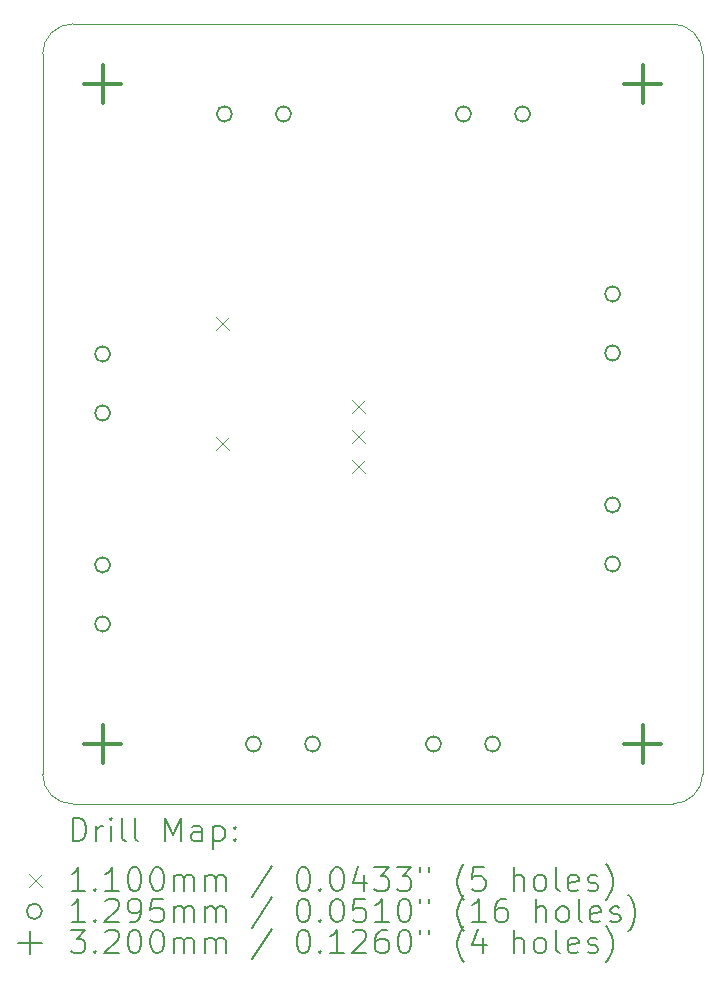
<source format=gbr>
%TF.GenerationSoftware,KiCad,Pcbnew,7.0.9*%
%TF.CreationDate,2024-06-07T12:35:13-04:00*%
%TF.ProjectId,PCBAdas,50434241-6461-4732-9e6b-696361645f70,rev?*%
%TF.SameCoordinates,Original*%
%TF.FileFunction,Drillmap*%
%TF.FilePolarity,Positive*%
%FSLAX45Y45*%
G04 Gerber Fmt 4.5, Leading zero omitted, Abs format (unit mm)*
G04 Created by KiCad (PCBNEW 7.0.9) date 2024-06-07 12:35:13*
%MOMM*%
%LPD*%
G01*
G04 APERTURE LIST*
%ADD10C,0.100000*%
%ADD11C,0.200000*%
%ADD12C,0.110000*%
%ADD13C,0.129540*%
%ADD14C,0.320000*%
G04 APERTURE END LIST*
D10*
X19304000Y-6858000D02*
X19304000Y-12954000D01*
X13970000Y-6604000D02*
X19050000Y-6604000D01*
X19050000Y-13208000D02*
X13970000Y-13208000D01*
X19304000Y-6858000D02*
G75*
G03*
X19050000Y-6604000I-254000J0D01*
G01*
X13716000Y-12954000D02*
G75*
G03*
X13970000Y-13208000I254000J0D01*
G01*
X13970000Y-6604000D02*
G75*
G03*
X13716000Y-6858000I0J-254000D01*
G01*
X13716000Y-6858000D02*
X13716000Y-12954000D01*
X19050000Y-13208000D02*
G75*
G03*
X19304000Y-12954000I0J254000D01*
G01*
D11*
D12*
X15185000Y-9089000D02*
X15295000Y-9199000D01*
X15295000Y-9089000D02*
X15185000Y-9199000D01*
X15185000Y-10105000D02*
X15295000Y-10215000D01*
X15295000Y-10105000D02*
X15185000Y-10215000D01*
X16339500Y-9791000D02*
X16449500Y-9901000D01*
X16449500Y-9791000D02*
X16339500Y-9901000D01*
X16339500Y-10045000D02*
X16449500Y-10155000D01*
X16449500Y-10045000D02*
X16339500Y-10155000D01*
X16339500Y-10299000D02*
X16449500Y-10409000D01*
X16449500Y-10299000D02*
X16339500Y-10409000D01*
D13*
X14288770Y-9398000D02*
G75*
G03*
X14288770Y-9398000I-64770J0D01*
G01*
X14288770Y-9898000D02*
G75*
G03*
X14288770Y-9898000I-64770J0D01*
G01*
X14288770Y-11184000D02*
G75*
G03*
X14288770Y-11184000I-64770J0D01*
G01*
X14288770Y-11684000D02*
G75*
G03*
X14288770Y-11684000I-64770J0D01*
G01*
X15320770Y-7366000D02*
G75*
G03*
X15320770Y-7366000I-64770J0D01*
G01*
X15566770Y-12700000D02*
G75*
G03*
X15566770Y-12700000I-64770J0D01*
G01*
X15820770Y-7366000D02*
G75*
G03*
X15820770Y-7366000I-64770J0D01*
G01*
X16066770Y-12700000D02*
G75*
G03*
X16066770Y-12700000I-64770J0D01*
G01*
X17090770Y-12700000D02*
G75*
G03*
X17090770Y-12700000I-64770J0D01*
G01*
X17344770Y-7366000D02*
G75*
G03*
X17344770Y-7366000I-64770J0D01*
G01*
X17590770Y-12700000D02*
G75*
G03*
X17590770Y-12700000I-64770J0D01*
G01*
X17844770Y-7366000D02*
G75*
G03*
X17844770Y-7366000I-64770J0D01*
G01*
X18606770Y-8890000D02*
G75*
G03*
X18606770Y-8890000I-64770J0D01*
G01*
X18606770Y-9390000D02*
G75*
G03*
X18606770Y-9390000I-64770J0D01*
G01*
X18606770Y-10676000D02*
G75*
G03*
X18606770Y-10676000I-64770J0D01*
G01*
X18606770Y-11176000D02*
G75*
G03*
X18606770Y-11176000I-64770J0D01*
G01*
D14*
X14224000Y-6952000D02*
X14224000Y-7272000D01*
X14064000Y-7112000D02*
X14384000Y-7112000D01*
X14224000Y-12540000D02*
X14224000Y-12860000D01*
X14064000Y-12700000D02*
X14384000Y-12700000D01*
X18796000Y-6952000D02*
X18796000Y-7272000D01*
X18636000Y-7112000D02*
X18956000Y-7112000D01*
X18796000Y-12540000D02*
X18796000Y-12860000D01*
X18636000Y-12700000D02*
X18956000Y-12700000D01*
D11*
X13971777Y-13524484D02*
X13971777Y-13324484D01*
X13971777Y-13324484D02*
X14019396Y-13324484D01*
X14019396Y-13324484D02*
X14047967Y-13334008D01*
X14047967Y-13334008D02*
X14067015Y-13353055D01*
X14067015Y-13353055D02*
X14076539Y-13372103D01*
X14076539Y-13372103D02*
X14086062Y-13410198D01*
X14086062Y-13410198D02*
X14086062Y-13438769D01*
X14086062Y-13438769D02*
X14076539Y-13476865D01*
X14076539Y-13476865D02*
X14067015Y-13495912D01*
X14067015Y-13495912D02*
X14047967Y-13514960D01*
X14047967Y-13514960D02*
X14019396Y-13524484D01*
X14019396Y-13524484D02*
X13971777Y-13524484D01*
X14171777Y-13524484D02*
X14171777Y-13391150D01*
X14171777Y-13429246D02*
X14181301Y-13410198D01*
X14181301Y-13410198D02*
X14190824Y-13400674D01*
X14190824Y-13400674D02*
X14209872Y-13391150D01*
X14209872Y-13391150D02*
X14228920Y-13391150D01*
X14295586Y-13524484D02*
X14295586Y-13391150D01*
X14295586Y-13324484D02*
X14286062Y-13334008D01*
X14286062Y-13334008D02*
X14295586Y-13343531D01*
X14295586Y-13343531D02*
X14305110Y-13334008D01*
X14305110Y-13334008D02*
X14295586Y-13324484D01*
X14295586Y-13324484D02*
X14295586Y-13343531D01*
X14419396Y-13524484D02*
X14400348Y-13514960D01*
X14400348Y-13514960D02*
X14390824Y-13495912D01*
X14390824Y-13495912D02*
X14390824Y-13324484D01*
X14524158Y-13524484D02*
X14505110Y-13514960D01*
X14505110Y-13514960D02*
X14495586Y-13495912D01*
X14495586Y-13495912D02*
X14495586Y-13324484D01*
X14752729Y-13524484D02*
X14752729Y-13324484D01*
X14752729Y-13324484D02*
X14819396Y-13467341D01*
X14819396Y-13467341D02*
X14886062Y-13324484D01*
X14886062Y-13324484D02*
X14886062Y-13524484D01*
X15067015Y-13524484D02*
X15067015Y-13419722D01*
X15067015Y-13419722D02*
X15057491Y-13400674D01*
X15057491Y-13400674D02*
X15038443Y-13391150D01*
X15038443Y-13391150D02*
X15000348Y-13391150D01*
X15000348Y-13391150D02*
X14981301Y-13400674D01*
X15067015Y-13514960D02*
X15047967Y-13524484D01*
X15047967Y-13524484D02*
X15000348Y-13524484D01*
X15000348Y-13524484D02*
X14981301Y-13514960D01*
X14981301Y-13514960D02*
X14971777Y-13495912D01*
X14971777Y-13495912D02*
X14971777Y-13476865D01*
X14971777Y-13476865D02*
X14981301Y-13457817D01*
X14981301Y-13457817D02*
X15000348Y-13448293D01*
X15000348Y-13448293D02*
X15047967Y-13448293D01*
X15047967Y-13448293D02*
X15067015Y-13438769D01*
X15162253Y-13391150D02*
X15162253Y-13591150D01*
X15162253Y-13400674D02*
X15181301Y-13391150D01*
X15181301Y-13391150D02*
X15219396Y-13391150D01*
X15219396Y-13391150D02*
X15238443Y-13400674D01*
X15238443Y-13400674D02*
X15247967Y-13410198D01*
X15247967Y-13410198D02*
X15257491Y-13429246D01*
X15257491Y-13429246D02*
X15257491Y-13486388D01*
X15257491Y-13486388D02*
X15247967Y-13505436D01*
X15247967Y-13505436D02*
X15238443Y-13514960D01*
X15238443Y-13514960D02*
X15219396Y-13524484D01*
X15219396Y-13524484D02*
X15181301Y-13524484D01*
X15181301Y-13524484D02*
X15162253Y-13514960D01*
X15343205Y-13505436D02*
X15352729Y-13514960D01*
X15352729Y-13514960D02*
X15343205Y-13524484D01*
X15343205Y-13524484D02*
X15333682Y-13514960D01*
X15333682Y-13514960D02*
X15343205Y-13505436D01*
X15343205Y-13505436D02*
X15343205Y-13524484D01*
X15343205Y-13400674D02*
X15352729Y-13410198D01*
X15352729Y-13410198D02*
X15343205Y-13419722D01*
X15343205Y-13419722D02*
X15333682Y-13410198D01*
X15333682Y-13410198D02*
X15343205Y-13400674D01*
X15343205Y-13400674D02*
X15343205Y-13419722D01*
D12*
X13601000Y-13798000D02*
X13711000Y-13908000D01*
X13711000Y-13798000D02*
X13601000Y-13908000D01*
D11*
X14076539Y-13944484D02*
X13962253Y-13944484D01*
X14019396Y-13944484D02*
X14019396Y-13744484D01*
X14019396Y-13744484D02*
X14000348Y-13773055D01*
X14000348Y-13773055D02*
X13981301Y-13792103D01*
X13981301Y-13792103D02*
X13962253Y-13801627D01*
X14162253Y-13925436D02*
X14171777Y-13934960D01*
X14171777Y-13934960D02*
X14162253Y-13944484D01*
X14162253Y-13944484D02*
X14152729Y-13934960D01*
X14152729Y-13934960D02*
X14162253Y-13925436D01*
X14162253Y-13925436D02*
X14162253Y-13944484D01*
X14362253Y-13944484D02*
X14247967Y-13944484D01*
X14305110Y-13944484D02*
X14305110Y-13744484D01*
X14305110Y-13744484D02*
X14286062Y-13773055D01*
X14286062Y-13773055D02*
X14267015Y-13792103D01*
X14267015Y-13792103D02*
X14247967Y-13801627D01*
X14486062Y-13744484D02*
X14505110Y-13744484D01*
X14505110Y-13744484D02*
X14524158Y-13754008D01*
X14524158Y-13754008D02*
X14533682Y-13763531D01*
X14533682Y-13763531D02*
X14543205Y-13782579D01*
X14543205Y-13782579D02*
X14552729Y-13820674D01*
X14552729Y-13820674D02*
X14552729Y-13868293D01*
X14552729Y-13868293D02*
X14543205Y-13906388D01*
X14543205Y-13906388D02*
X14533682Y-13925436D01*
X14533682Y-13925436D02*
X14524158Y-13934960D01*
X14524158Y-13934960D02*
X14505110Y-13944484D01*
X14505110Y-13944484D02*
X14486062Y-13944484D01*
X14486062Y-13944484D02*
X14467015Y-13934960D01*
X14467015Y-13934960D02*
X14457491Y-13925436D01*
X14457491Y-13925436D02*
X14447967Y-13906388D01*
X14447967Y-13906388D02*
X14438443Y-13868293D01*
X14438443Y-13868293D02*
X14438443Y-13820674D01*
X14438443Y-13820674D02*
X14447967Y-13782579D01*
X14447967Y-13782579D02*
X14457491Y-13763531D01*
X14457491Y-13763531D02*
X14467015Y-13754008D01*
X14467015Y-13754008D02*
X14486062Y-13744484D01*
X14676539Y-13744484D02*
X14695586Y-13744484D01*
X14695586Y-13744484D02*
X14714634Y-13754008D01*
X14714634Y-13754008D02*
X14724158Y-13763531D01*
X14724158Y-13763531D02*
X14733682Y-13782579D01*
X14733682Y-13782579D02*
X14743205Y-13820674D01*
X14743205Y-13820674D02*
X14743205Y-13868293D01*
X14743205Y-13868293D02*
X14733682Y-13906388D01*
X14733682Y-13906388D02*
X14724158Y-13925436D01*
X14724158Y-13925436D02*
X14714634Y-13934960D01*
X14714634Y-13934960D02*
X14695586Y-13944484D01*
X14695586Y-13944484D02*
X14676539Y-13944484D01*
X14676539Y-13944484D02*
X14657491Y-13934960D01*
X14657491Y-13934960D02*
X14647967Y-13925436D01*
X14647967Y-13925436D02*
X14638443Y-13906388D01*
X14638443Y-13906388D02*
X14628920Y-13868293D01*
X14628920Y-13868293D02*
X14628920Y-13820674D01*
X14628920Y-13820674D02*
X14638443Y-13782579D01*
X14638443Y-13782579D02*
X14647967Y-13763531D01*
X14647967Y-13763531D02*
X14657491Y-13754008D01*
X14657491Y-13754008D02*
X14676539Y-13744484D01*
X14828920Y-13944484D02*
X14828920Y-13811150D01*
X14828920Y-13830198D02*
X14838443Y-13820674D01*
X14838443Y-13820674D02*
X14857491Y-13811150D01*
X14857491Y-13811150D02*
X14886063Y-13811150D01*
X14886063Y-13811150D02*
X14905110Y-13820674D01*
X14905110Y-13820674D02*
X14914634Y-13839722D01*
X14914634Y-13839722D02*
X14914634Y-13944484D01*
X14914634Y-13839722D02*
X14924158Y-13820674D01*
X14924158Y-13820674D02*
X14943205Y-13811150D01*
X14943205Y-13811150D02*
X14971777Y-13811150D01*
X14971777Y-13811150D02*
X14990824Y-13820674D01*
X14990824Y-13820674D02*
X15000348Y-13839722D01*
X15000348Y-13839722D02*
X15000348Y-13944484D01*
X15095586Y-13944484D02*
X15095586Y-13811150D01*
X15095586Y-13830198D02*
X15105110Y-13820674D01*
X15105110Y-13820674D02*
X15124158Y-13811150D01*
X15124158Y-13811150D02*
X15152729Y-13811150D01*
X15152729Y-13811150D02*
X15171777Y-13820674D01*
X15171777Y-13820674D02*
X15181301Y-13839722D01*
X15181301Y-13839722D02*
X15181301Y-13944484D01*
X15181301Y-13839722D02*
X15190824Y-13820674D01*
X15190824Y-13820674D02*
X15209872Y-13811150D01*
X15209872Y-13811150D02*
X15238443Y-13811150D01*
X15238443Y-13811150D02*
X15257491Y-13820674D01*
X15257491Y-13820674D02*
X15267015Y-13839722D01*
X15267015Y-13839722D02*
X15267015Y-13944484D01*
X15657491Y-13734960D02*
X15486063Y-13992103D01*
X15914634Y-13744484D02*
X15933682Y-13744484D01*
X15933682Y-13744484D02*
X15952729Y-13754008D01*
X15952729Y-13754008D02*
X15962253Y-13763531D01*
X15962253Y-13763531D02*
X15971777Y-13782579D01*
X15971777Y-13782579D02*
X15981301Y-13820674D01*
X15981301Y-13820674D02*
X15981301Y-13868293D01*
X15981301Y-13868293D02*
X15971777Y-13906388D01*
X15971777Y-13906388D02*
X15962253Y-13925436D01*
X15962253Y-13925436D02*
X15952729Y-13934960D01*
X15952729Y-13934960D02*
X15933682Y-13944484D01*
X15933682Y-13944484D02*
X15914634Y-13944484D01*
X15914634Y-13944484D02*
X15895586Y-13934960D01*
X15895586Y-13934960D02*
X15886063Y-13925436D01*
X15886063Y-13925436D02*
X15876539Y-13906388D01*
X15876539Y-13906388D02*
X15867015Y-13868293D01*
X15867015Y-13868293D02*
X15867015Y-13820674D01*
X15867015Y-13820674D02*
X15876539Y-13782579D01*
X15876539Y-13782579D02*
X15886063Y-13763531D01*
X15886063Y-13763531D02*
X15895586Y-13754008D01*
X15895586Y-13754008D02*
X15914634Y-13744484D01*
X16067015Y-13925436D02*
X16076539Y-13934960D01*
X16076539Y-13934960D02*
X16067015Y-13944484D01*
X16067015Y-13944484D02*
X16057491Y-13934960D01*
X16057491Y-13934960D02*
X16067015Y-13925436D01*
X16067015Y-13925436D02*
X16067015Y-13944484D01*
X16200348Y-13744484D02*
X16219396Y-13744484D01*
X16219396Y-13744484D02*
X16238444Y-13754008D01*
X16238444Y-13754008D02*
X16247967Y-13763531D01*
X16247967Y-13763531D02*
X16257491Y-13782579D01*
X16257491Y-13782579D02*
X16267015Y-13820674D01*
X16267015Y-13820674D02*
X16267015Y-13868293D01*
X16267015Y-13868293D02*
X16257491Y-13906388D01*
X16257491Y-13906388D02*
X16247967Y-13925436D01*
X16247967Y-13925436D02*
X16238444Y-13934960D01*
X16238444Y-13934960D02*
X16219396Y-13944484D01*
X16219396Y-13944484D02*
X16200348Y-13944484D01*
X16200348Y-13944484D02*
X16181301Y-13934960D01*
X16181301Y-13934960D02*
X16171777Y-13925436D01*
X16171777Y-13925436D02*
X16162253Y-13906388D01*
X16162253Y-13906388D02*
X16152729Y-13868293D01*
X16152729Y-13868293D02*
X16152729Y-13820674D01*
X16152729Y-13820674D02*
X16162253Y-13782579D01*
X16162253Y-13782579D02*
X16171777Y-13763531D01*
X16171777Y-13763531D02*
X16181301Y-13754008D01*
X16181301Y-13754008D02*
X16200348Y-13744484D01*
X16438444Y-13811150D02*
X16438444Y-13944484D01*
X16390825Y-13734960D02*
X16343206Y-13877817D01*
X16343206Y-13877817D02*
X16467015Y-13877817D01*
X16524158Y-13744484D02*
X16647967Y-13744484D01*
X16647967Y-13744484D02*
X16581301Y-13820674D01*
X16581301Y-13820674D02*
X16609872Y-13820674D01*
X16609872Y-13820674D02*
X16628920Y-13830198D01*
X16628920Y-13830198D02*
X16638444Y-13839722D01*
X16638444Y-13839722D02*
X16647967Y-13858769D01*
X16647967Y-13858769D02*
X16647967Y-13906388D01*
X16647967Y-13906388D02*
X16638444Y-13925436D01*
X16638444Y-13925436D02*
X16628920Y-13934960D01*
X16628920Y-13934960D02*
X16609872Y-13944484D01*
X16609872Y-13944484D02*
X16552729Y-13944484D01*
X16552729Y-13944484D02*
X16533682Y-13934960D01*
X16533682Y-13934960D02*
X16524158Y-13925436D01*
X16714634Y-13744484D02*
X16838444Y-13744484D01*
X16838444Y-13744484D02*
X16771777Y-13820674D01*
X16771777Y-13820674D02*
X16800349Y-13820674D01*
X16800349Y-13820674D02*
X16819396Y-13830198D01*
X16819396Y-13830198D02*
X16828920Y-13839722D01*
X16828920Y-13839722D02*
X16838444Y-13858769D01*
X16838444Y-13858769D02*
X16838444Y-13906388D01*
X16838444Y-13906388D02*
X16828920Y-13925436D01*
X16828920Y-13925436D02*
X16819396Y-13934960D01*
X16819396Y-13934960D02*
X16800349Y-13944484D01*
X16800349Y-13944484D02*
X16743206Y-13944484D01*
X16743206Y-13944484D02*
X16724158Y-13934960D01*
X16724158Y-13934960D02*
X16714634Y-13925436D01*
X16914634Y-13744484D02*
X16914634Y-13782579D01*
X16990825Y-13744484D02*
X16990825Y-13782579D01*
X17286063Y-14020674D02*
X17276539Y-14011150D01*
X17276539Y-14011150D02*
X17257491Y-13982579D01*
X17257491Y-13982579D02*
X17247968Y-13963531D01*
X17247968Y-13963531D02*
X17238444Y-13934960D01*
X17238444Y-13934960D02*
X17228920Y-13887341D01*
X17228920Y-13887341D02*
X17228920Y-13849246D01*
X17228920Y-13849246D02*
X17238444Y-13801627D01*
X17238444Y-13801627D02*
X17247968Y-13773055D01*
X17247968Y-13773055D02*
X17257491Y-13754008D01*
X17257491Y-13754008D02*
X17276539Y-13725436D01*
X17276539Y-13725436D02*
X17286063Y-13715912D01*
X17457491Y-13744484D02*
X17362253Y-13744484D01*
X17362253Y-13744484D02*
X17352730Y-13839722D01*
X17352730Y-13839722D02*
X17362253Y-13830198D01*
X17362253Y-13830198D02*
X17381301Y-13820674D01*
X17381301Y-13820674D02*
X17428920Y-13820674D01*
X17428920Y-13820674D02*
X17447968Y-13830198D01*
X17447968Y-13830198D02*
X17457491Y-13839722D01*
X17457491Y-13839722D02*
X17467015Y-13858769D01*
X17467015Y-13858769D02*
X17467015Y-13906388D01*
X17467015Y-13906388D02*
X17457491Y-13925436D01*
X17457491Y-13925436D02*
X17447968Y-13934960D01*
X17447968Y-13934960D02*
X17428920Y-13944484D01*
X17428920Y-13944484D02*
X17381301Y-13944484D01*
X17381301Y-13944484D02*
X17362253Y-13934960D01*
X17362253Y-13934960D02*
X17352730Y-13925436D01*
X17705111Y-13944484D02*
X17705111Y-13744484D01*
X17790825Y-13944484D02*
X17790825Y-13839722D01*
X17790825Y-13839722D02*
X17781301Y-13820674D01*
X17781301Y-13820674D02*
X17762253Y-13811150D01*
X17762253Y-13811150D02*
X17733682Y-13811150D01*
X17733682Y-13811150D02*
X17714634Y-13820674D01*
X17714634Y-13820674D02*
X17705111Y-13830198D01*
X17914634Y-13944484D02*
X17895587Y-13934960D01*
X17895587Y-13934960D02*
X17886063Y-13925436D01*
X17886063Y-13925436D02*
X17876539Y-13906388D01*
X17876539Y-13906388D02*
X17876539Y-13849246D01*
X17876539Y-13849246D02*
X17886063Y-13830198D01*
X17886063Y-13830198D02*
X17895587Y-13820674D01*
X17895587Y-13820674D02*
X17914634Y-13811150D01*
X17914634Y-13811150D02*
X17943206Y-13811150D01*
X17943206Y-13811150D02*
X17962253Y-13820674D01*
X17962253Y-13820674D02*
X17971777Y-13830198D01*
X17971777Y-13830198D02*
X17981301Y-13849246D01*
X17981301Y-13849246D02*
X17981301Y-13906388D01*
X17981301Y-13906388D02*
X17971777Y-13925436D01*
X17971777Y-13925436D02*
X17962253Y-13934960D01*
X17962253Y-13934960D02*
X17943206Y-13944484D01*
X17943206Y-13944484D02*
X17914634Y-13944484D01*
X18095587Y-13944484D02*
X18076539Y-13934960D01*
X18076539Y-13934960D02*
X18067015Y-13915912D01*
X18067015Y-13915912D02*
X18067015Y-13744484D01*
X18247968Y-13934960D02*
X18228920Y-13944484D01*
X18228920Y-13944484D02*
X18190825Y-13944484D01*
X18190825Y-13944484D02*
X18171777Y-13934960D01*
X18171777Y-13934960D02*
X18162253Y-13915912D01*
X18162253Y-13915912D02*
X18162253Y-13839722D01*
X18162253Y-13839722D02*
X18171777Y-13820674D01*
X18171777Y-13820674D02*
X18190825Y-13811150D01*
X18190825Y-13811150D02*
X18228920Y-13811150D01*
X18228920Y-13811150D02*
X18247968Y-13820674D01*
X18247968Y-13820674D02*
X18257492Y-13839722D01*
X18257492Y-13839722D02*
X18257492Y-13858769D01*
X18257492Y-13858769D02*
X18162253Y-13877817D01*
X18333682Y-13934960D02*
X18352730Y-13944484D01*
X18352730Y-13944484D02*
X18390825Y-13944484D01*
X18390825Y-13944484D02*
X18409873Y-13934960D01*
X18409873Y-13934960D02*
X18419396Y-13915912D01*
X18419396Y-13915912D02*
X18419396Y-13906388D01*
X18419396Y-13906388D02*
X18409873Y-13887341D01*
X18409873Y-13887341D02*
X18390825Y-13877817D01*
X18390825Y-13877817D02*
X18362253Y-13877817D01*
X18362253Y-13877817D02*
X18343206Y-13868293D01*
X18343206Y-13868293D02*
X18333682Y-13849246D01*
X18333682Y-13849246D02*
X18333682Y-13839722D01*
X18333682Y-13839722D02*
X18343206Y-13820674D01*
X18343206Y-13820674D02*
X18362253Y-13811150D01*
X18362253Y-13811150D02*
X18390825Y-13811150D01*
X18390825Y-13811150D02*
X18409873Y-13820674D01*
X18486063Y-14020674D02*
X18495587Y-14011150D01*
X18495587Y-14011150D02*
X18514634Y-13982579D01*
X18514634Y-13982579D02*
X18524158Y-13963531D01*
X18524158Y-13963531D02*
X18533682Y-13934960D01*
X18533682Y-13934960D02*
X18543206Y-13887341D01*
X18543206Y-13887341D02*
X18543206Y-13849246D01*
X18543206Y-13849246D02*
X18533682Y-13801627D01*
X18533682Y-13801627D02*
X18524158Y-13773055D01*
X18524158Y-13773055D02*
X18514634Y-13754008D01*
X18514634Y-13754008D02*
X18495587Y-13725436D01*
X18495587Y-13725436D02*
X18486063Y-13715912D01*
D13*
X13711000Y-14117000D02*
G75*
G03*
X13711000Y-14117000I-64770J0D01*
G01*
D11*
X14076539Y-14208484D02*
X13962253Y-14208484D01*
X14019396Y-14208484D02*
X14019396Y-14008484D01*
X14019396Y-14008484D02*
X14000348Y-14037055D01*
X14000348Y-14037055D02*
X13981301Y-14056103D01*
X13981301Y-14056103D02*
X13962253Y-14065627D01*
X14162253Y-14189436D02*
X14171777Y-14198960D01*
X14171777Y-14198960D02*
X14162253Y-14208484D01*
X14162253Y-14208484D02*
X14152729Y-14198960D01*
X14152729Y-14198960D02*
X14162253Y-14189436D01*
X14162253Y-14189436D02*
X14162253Y-14208484D01*
X14247967Y-14027531D02*
X14257491Y-14018008D01*
X14257491Y-14018008D02*
X14276539Y-14008484D01*
X14276539Y-14008484D02*
X14324158Y-14008484D01*
X14324158Y-14008484D02*
X14343205Y-14018008D01*
X14343205Y-14018008D02*
X14352729Y-14027531D01*
X14352729Y-14027531D02*
X14362253Y-14046579D01*
X14362253Y-14046579D02*
X14362253Y-14065627D01*
X14362253Y-14065627D02*
X14352729Y-14094198D01*
X14352729Y-14094198D02*
X14238443Y-14208484D01*
X14238443Y-14208484D02*
X14362253Y-14208484D01*
X14457491Y-14208484D02*
X14495586Y-14208484D01*
X14495586Y-14208484D02*
X14514634Y-14198960D01*
X14514634Y-14198960D02*
X14524158Y-14189436D01*
X14524158Y-14189436D02*
X14543205Y-14160865D01*
X14543205Y-14160865D02*
X14552729Y-14122769D01*
X14552729Y-14122769D02*
X14552729Y-14046579D01*
X14552729Y-14046579D02*
X14543205Y-14027531D01*
X14543205Y-14027531D02*
X14533682Y-14018008D01*
X14533682Y-14018008D02*
X14514634Y-14008484D01*
X14514634Y-14008484D02*
X14476539Y-14008484D01*
X14476539Y-14008484D02*
X14457491Y-14018008D01*
X14457491Y-14018008D02*
X14447967Y-14027531D01*
X14447967Y-14027531D02*
X14438443Y-14046579D01*
X14438443Y-14046579D02*
X14438443Y-14094198D01*
X14438443Y-14094198D02*
X14447967Y-14113246D01*
X14447967Y-14113246D02*
X14457491Y-14122769D01*
X14457491Y-14122769D02*
X14476539Y-14132293D01*
X14476539Y-14132293D02*
X14514634Y-14132293D01*
X14514634Y-14132293D02*
X14533682Y-14122769D01*
X14533682Y-14122769D02*
X14543205Y-14113246D01*
X14543205Y-14113246D02*
X14552729Y-14094198D01*
X14733682Y-14008484D02*
X14638443Y-14008484D01*
X14638443Y-14008484D02*
X14628920Y-14103722D01*
X14628920Y-14103722D02*
X14638443Y-14094198D01*
X14638443Y-14094198D02*
X14657491Y-14084674D01*
X14657491Y-14084674D02*
X14705110Y-14084674D01*
X14705110Y-14084674D02*
X14724158Y-14094198D01*
X14724158Y-14094198D02*
X14733682Y-14103722D01*
X14733682Y-14103722D02*
X14743205Y-14122769D01*
X14743205Y-14122769D02*
X14743205Y-14170388D01*
X14743205Y-14170388D02*
X14733682Y-14189436D01*
X14733682Y-14189436D02*
X14724158Y-14198960D01*
X14724158Y-14198960D02*
X14705110Y-14208484D01*
X14705110Y-14208484D02*
X14657491Y-14208484D01*
X14657491Y-14208484D02*
X14638443Y-14198960D01*
X14638443Y-14198960D02*
X14628920Y-14189436D01*
X14828920Y-14208484D02*
X14828920Y-14075150D01*
X14828920Y-14094198D02*
X14838443Y-14084674D01*
X14838443Y-14084674D02*
X14857491Y-14075150D01*
X14857491Y-14075150D02*
X14886063Y-14075150D01*
X14886063Y-14075150D02*
X14905110Y-14084674D01*
X14905110Y-14084674D02*
X14914634Y-14103722D01*
X14914634Y-14103722D02*
X14914634Y-14208484D01*
X14914634Y-14103722D02*
X14924158Y-14084674D01*
X14924158Y-14084674D02*
X14943205Y-14075150D01*
X14943205Y-14075150D02*
X14971777Y-14075150D01*
X14971777Y-14075150D02*
X14990824Y-14084674D01*
X14990824Y-14084674D02*
X15000348Y-14103722D01*
X15000348Y-14103722D02*
X15000348Y-14208484D01*
X15095586Y-14208484D02*
X15095586Y-14075150D01*
X15095586Y-14094198D02*
X15105110Y-14084674D01*
X15105110Y-14084674D02*
X15124158Y-14075150D01*
X15124158Y-14075150D02*
X15152729Y-14075150D01*
X15152729Y-14075150D02*
X15171777Y-14084674D01*
X15171777Y-14084674D02*
X15181301Y-14103722D01*
X15181301Y-14103722D02*
X15181301Y-14208484D01*
X15181301Y-14103722D02*
X15190824Y-14084674D01*
X15190824Y-14084674D02*
X15209872Y-14075150D01*
X15209872Y-14075150D02*
X15238443Y-14075150D01*
X15238443Y-14075150D02*
X15257491Y-14084674D01*
X15257491Y-14084674D02*
X15267015Y-14103722D01*
X15267015Y-14103722D02*
X15267015Y-14208484D01*
X15657491Y-13998960D02*
X15486063Y-14256103D01*
X15914634Y-14008484D02*
X15933682Y-14008484D01*
X15933682Y-14008484D02*
X15952729Y-14018008D01*
X15952729Y-14018008D02*
X15962253Y-14027531D01*
X15962253Y-14027531D02*
X15971777Y-14046579D01*
X15971777Y-14046579D02*
X15981301Y-14084674D01*
X15981301Y-14084674D02*
X15981301Y-14132293D01*
X15981301Y-14132293D02*
X15971777Y-14170388D01*
X15971777Y-14170388D02*
X15962253Y-14189436D01*
X15962253Y-14189436D02*
X15952729Y-14198960D01*
X15952729Y-14198960D02*
X15933682Y-14208484D01*
X15933682Y-14208484D02*
X15914634Y-14208484D01*
X15914634Y-14208484D02*
X15895586Y-14198960D01*
X15895586Y-14198960D02*
X15886063Y-14189436D01*
X15886063Y-14189436D02*
X15876539Y-14170388D01*
X15876539Y-14170388D02*
X15867015Y-14132293D01*
X15867015Y-14132293D02*
X15867015Y-14084674D01*
X15867015Y-14084674D02*
X15876539Y-14046579D01*
X15876539Y-14046579D02*
X15886063Y-14027531D01*
X15886063Y-14027531D02*
X15895586Y-14018008D01*
X15895586Y-14018008D02*
X15914634Y-14008484D01*
X16067015Y-14189436D02*
X16076539Y-14198960D01*
X16076539Y-14198960D02*
X16067015Y-14208484D01*
X16067015Y-14208484D02*
X16057491Y-14198960D01*
X16057491Y-14198960D02*
X16067015Y-14189436D01*
X16067015Y-14189436D02*
X16067015Y-14208484D01*
X16200348Y-14008484D02*
X16219396Y-14008484D01*
X16219396Y-14008484D02*
X16238444Y-14018008D01*
X16238444Y-14018008D02*
X16247967Y-14027531D01*
X16247967Y-14027531D02*
X16257491Y-14046579D01*
X16257491Y-14046579D02*
X16267015Y-14084674D01*
X16267015Y-14084674D02*
X16267015Y-14132293D01*
X16267015Y-14132293D02*
X16257491Y-14170388D01*
X16257491Y-14170388D02*
X16247967Y-14189436D01*
X16247967Y-14189436D02*
X16238444Y-14198960D01*
X16238444Y-14198960D02*
X16219396Y-14208484D01*
X16219396Y-14208484D02*
X16200348Y-14208484D01*
X16200348Y-14208484D02*
X16181301Y-14198960D01*
X16181301Y-14198960D02*
X16171777Y-14189436D01*
X16171777Y-14189436D02*
X16162253Y-14170388D01*
X16162253Y-14170388D02*
X16152729Y-14132293D01*
X16152729Y-14132293D02*
X16152729Y-14084674D01*
X16152729Y-14084674D02*
X16162253Y-14046579D01*
X16162253Y-14046579D02*
X16171777Y-14027531D01*
X16171777Y-14027531D02*
X16181301Y-14018008D01*
X16181301Y-14018008D02*
X16200348Y-14008484D01*
X16447967Y-14008484D02*
X16352729Y-14008484D01*
X16352729Y-14008484D02*
X16343206Y-14103722D01*
X16343206Y-14103722D02*
X16352729Y-14094198D01*
X16352729Y-14094198D02*
X16371777Y-14084674D01*
X16371777Y-14084674D02*
X16419396Y-14084674D01*
X16419396Y-14084674D02*
X16438444Y-14094198D01*
X16438444Y-14094198D02*
X16447967Y-14103722D01*
X16447967Y-14103722D02*
X16457491Y-14122769D01*
X16457491Y-14122769D02*
X16457491Y-14170388D01*
X16457491Y-14170388D02*
X16447967Y-14189436D01*
X16447967Y-14189436D02*
X16438444Y-14198960D01*
X16438444Y-14198960D02*
X16419396Y-14208484D01*
X16419396Y-14208484D02*
X16371777Y-14208484D01*
X16371777Y-14208484D02*
X16352729Y-14198960D01*
X16352729Y-14198960D02*
X16343206Y-14189436D01*
X16647967Y-14208484D02*
X16533682Y-14208484D01*
X16590825Y-14208484D02*
X16590825Y-14008484D01*
X16590825Y-14008484D02*
X16571777Y-14037055D01*
X16571777Y-14037055D02*
X16552729Y-14056103D01*
X16552729Y-14056103D02*
X16533682Y-14065627D01*
X16771777Y-14008484D02*
X16790825Y-14008484D01*
X16790825Y-14008484D02*
X16809872Y-14018008D01*
X16809872Y-14018008D02*
X16819396Y-14027531D01*
X16819396Y-14027531D02*
X16828920Y-14046579D01*
X16828920Y-14046579D02*
X16838444Y-14084674D01*
X16838444Y-14084674D02*
X16838444Y-14132293D01*
X16838444Y-14132293D02*
X16828920Y-14170388D01*
X16828920Y-14170388D02*
X16819396Y-14189436D01*
X16819396Y-14189436D02*
X16809872Y-14198960D01*
X16809872Y-14198960D02*
X16790825Y-14208484D01*
X16790825Y-14208484D02*
X16771777Y-14208484D01*
X16771777Y-14208484D02*
X16752729Y-14198960D01*
X16752729Y-14198960D02*
X16743206Y-14189436D01*
X16743206Y-14189436D02*
X16733682Y-14170388D01*
X16733682Y-14170388D02*
X16724158Y-14132293D01*
X16724158Y-14132293D02*
X16724158Y-14084674D01*
X16724158Y-14084674D02*
X16733682Y-14046579D01*
X16733682Y-14046579D02*
X16743206Y-14027531D01*
X16743206Y-14027531D02*
X16752729Y-14018008D01*
X16752729Y-14018008D02*
X16771777Y-14008484D01*
X16914634Y-14008484D02*
X16914634Y-14046579D01*
X16990825Y-14008484D02*
X16990825Y-14046579D01*
X17286063Y-14284674D02*
X17276539Y-14275150D01*
X17276539Y-14275150D02*
X17257491Y-14246579D01*
X17257491Y-14246579D02*
X17247968Y-14227531D01*
X17247968Y-14227531D02*
X17238444Y-14198960D01*
X17238444Y-14198960D02*
X17228920Y-14151341D01*
X17228920Y-14151341D02*
X17228920Y-14113246D01*
X17228920Y-14113246D02*
X17238444Y-14065627D01*
X17238444Y-14065627D02*
X17247968Y-14037055D01*
X17247968Y-14037055D02*
X17257491Y-14018008D01*
X17257491Y-14018008D02*
X17276539Y-13989436D01*
X17276539Y-13989436D02*
X17286063Y-13979912D01*
X17467015Y-14208484D02*
X17352730Y-14208484D01*
X17409872Y-14208484D02*
X17409872Y-14008484D01*
X17409872Y-14008484D02*
X17390825Y-14037055D01*
X17390825Y-14037055D02*
X17371777Y-14056103D01*
X17371777Y-14056103D02*
X17352730Y-14065627D01*
X17638444Y-14008484D02*
X17600349Y-14008484D01*
X17600349Y-14008484D02*
X17581301Y-14018008D01*
X17581301Y-14018008D02*
X17571777Y-14027531D01*
X17571777Y-14027531D02*
X17552730Y-14056103D01*
X17552730Y-14056103D02*
X17543206Y-14094198D01*
X17543206Y-14094198D02*
X17543206Y-14170388D01*
X17543206Y-14170388D02*
X17552730Y-14189436D01*
X17552730Y-14189436D02*
X17562253Y-14198960D01*
X17562253Y-14198960D02*
X17581301Y-14208484D01*
X17581301Y-14208484D02*
X17619396Y-14208484D01*
X17619396Y-14208484D02*
X17638444Y-14198960D01*
X17638444Y-14198960D02*
X17647968Y-14189436D01*
X17647968Y-14189436D02*
X17657491Y-14170388D01*
X17657491Y-14170388D02*
X17657491Y-14122769D01*
X17657491Y-14122769D02*
X17647968Y-14103722D01*
X17647968Y-14103722D02*
X17638444Y-14094198D01*
X17638444Y-14094198D02*
X17619396Y-14084674D01*
X17619396Y-14084674D02*
X17581301Y-14084674D01*
X17581301Y-14084674D02*
X17562253Y-14094198D01*
X17562253Y-14094198D02*
X17552730Y-14103722D01*
X17552730Y-14103722D02*
X17543206Y-14122769D01*
X17895587Y-14208484D02*
X17895587Y-14008484D01*
X17981301Y-14208484D02*
X17981301Y-14103722D01*
X17981301Y-14103722D02*
X17971777Y-14084674D01*
X17971777Y-14084674D02*
X17952730Y-14075150D01*
X17952730Y-14075150D02*
X17924158Y-14075150D01*
X17924158Y-14075150D02*
X17905111Y-14084674D01*
X17905111Y-14084674D02*
X17895587Y-14094198D01*
X18105111Y-14208484D02*
X18086063Y-14198960D01*
X18086063Y-14198960D02*
X18076539Y-14189436D01*
X18076539Y-14189436D02*
X18067015Y-14170388D01*
X18067015Y-14170388D02*
X18067015Y-14113246D01*
X18067015Y-14113246D02*
X18076539Y-14094198D01*
X18076539Y-14094198D02*
X18086063Y-14084674D01*
X18086063Y-14084674D02*
X18105111Y-14075150D01*
X18105111Y-14075150D02*
X18133682Y-14075150D01*
X18133682Y-14075150D02*
X18152730Y-14084674D01*
X18152730Y-14084674D02*
X18162253Y-14094198D01*
X18162253Y-14094198D02*
X18171777Y-14113246D01*
X18171777Y-14113246D02*
X18171777Y-14170388D01*
X18171777Y-14170388D02*
X18162253Y-14189436D01*
X18162253Y-14189436D02*
X18152730Y-14198960D01*
X18152730Y-14198960D02*
X18133682Y-14208484D01*
X18133682Y-14208484D02*
X18105111Y-14208484D01*
X18286063Y-14208484D02*
X18267015Y-14198960D01*
X18267015Y-14198960D02*
X18257492Y-14179912D01*
X18257492Y-14179912D02*
X18257492Y-14008484D01*
X18438444Y-14198960D02*
X18419396Y-14208484D01*
X18419396Y-14208484D02*
X18381301Y-14208484D01*
X18381301Y-14208484D02*
X18362253Y-14198960D01*
X18362253Y-14198960D02*
X18352730Y-14179912D01*
X18352730Y-14179912D02*
X18352730Y-14103722D01*
X18352730Y-14103722D02*
X18362253Y-14084674D01*
X18362253Y-14084674D02*
X18381301Y-14075150D01*
X18381301Y-14075150D02*
X18419396Y-14075150D01*
X18419396Y-14075150D02*
X18438444Y-14084674D01*
X18438444Y-14084674D02*
X18447968Y-14103722D01*
X18447968Y-14103722D02*
X18447968Y-14122769D01*
X18447968Y-14122769D02*
X18352730Y-14141817D01*
X18524158Y-14198960D02*
X18543206Y-14208484D01*
X18543206Y-14208484D02*
X18581301Y-14208484D01*
X18581301Y-14208484D02*
X18600349Y-14198960D01*
X18600349Y-14198960D02*
X18609873Y-14179912D01*
X18609873Y-14179912D02*
X18609873Y-14170388D01*
X18609873Y-14170388D02*
X18600349Y-14151341D01*
X18600349Y-14151341D02*
X18581301Y-14141817D01*
X18581301Y-14141817D02*
X18552730Y-14141817D01*
X18552730Y-14141817D02*
X18533682Y-14132293D01*
X18533682Y-14132293D02*
X18524158Y-14113246D01*
X18524158Y-14113246D02*
X18524158Y-14103722D01*
X18524158Y-14103722D02*
X18533682Y-14084674D01*
X18533682Y-14084674D02*
X18552730Y-14075150D01*
X18552730Y-14075150D02*
X18581301Y-14075150D01*
X18581301Y-14075150D02*
X18600349Y-14084674D01*
X18676539Y-14284674D02*
X18686063Y-14275150D01*
X18686063Y-14275150D02*
X18705111Y-14246579D01*
X18705111Y-14246579D02*
X18714634Y-14227531D01*
X18714634Y-14227531D02*
X18724158Y-14198960D01*
X18724158Y-14198960D02*
X18733682Y-14151341D01*
X18733682Y-14151341D02*
X18733682Y-14113246D01*
X18733682Y-14113246D02*
X18724158Y-14065627D01*
X18724158Y-14065627D02*
X18714634Y-14037055D01*
X18714634Y-14037055D02*
X18705111Y-14018008D01*
X18705111Y-14018008D02*
X18686063Y-13989436D01*
X18686063Y-13989436D02*
X18676539Y-13979912D01*
X13611000Y-14281000D02*
X13611000Y-14481000D01*
X13511000Y-14381000D02*
X13711000Y-14381000D01*
X13952729Y-14272484D02*
X14076539Y-14272484D01*
X14076539Y-14272484D02*
X14009872Y-14348674D01*
X14009872Y-14348674D02*
X14038443Y-14348674D01*
X14038443Y-14348674D02*
X14057491Y-14358198D01*
X14057491Y-14358198D02*
X14067015Y-14367722D01*
X14067015Y-14367722D02*
X14076539Y-14386769D01*
X14076539Y-14386769D02*
X14076539Y-14434388D01*
X14076539Y-14434388D02*
X14067015Y-14453436D01*
X14067015Y-14453436D02*
X14057491Y-14462960D01*
X14057491Y-14462960D02*
X14038443Y-14472484D01*
X14038443Y-14472484D02*
X13981301Y-14472484D01*
X13981301Y-14472484D02*
X13962253Y-14462960D01*
X13962253Y-14462960D02*
X13952729Y-14453436D01*
X14162253Y-14453436D02*
X14171777Y-14462960D01*
X14171777Y-14462960D02*
X14162253Y-14472484D01*
X14162253Y-14472484D02*
X14152729Y-14462960D01*
X14152729Y-14462960D02*
X14162253Y-14453436D01*
X14162253Y-14453436D02*
X14162253Y-14472484D01*
X14247967Y-14291531D02*
X14257491Y-14282008D01*
X14257491Y-14282008D02*
X14276539Y-14272484D01*
X14276539Y-14272484D02*
X14324158Y-14272484D01*
X14324158Y-14272484D02*
X14343205Y-14282008D01*
X14343205Y-14282008D02*
X14352729Y-14291531D01*
X14352729Y-14291531D02*
X14362253Y-14310579D01*
X14362253Y-14310579D02*
X14362253Y-14329627D01*
X14362253Y-14329627D02*
X14352729Y-14358198D01*
X14352729Y-14358198D02*
X14238443Y-14472484D01*
X14238443Y-14472484D02*
X14362253Y-14472484D01*
X14486062Y-14272484D02*
X14505110Y-14272484D01*
X14505110Y-14272484D02*
X14524158Y-14282008D01*
X14524158Y-14282008D02*
X14533682Y-14291531D01*
X14533682Y-14291531D02*
X14543205Y-14310579D01*
X14543205Y-14310579D02*
X14552729Y-14348674D01*
X14552729Y-14348674D02*
X14552729Y-14396293D01*
X14552729Y-14396293D02*
X14543205Y-14434388D01*
X14543205Y-14434388D02*
X14533682Y-14453436D01*
X14533682Y-14453436D02*
X14524158Y-14462960D01*
X14524158Y-14462960D02*
X14505110Y-14472484D01*
X14505110Y-14472484D02*
X14486062Y-14472484D01*
X14486062Y-14472484D02*
X14467015Y-14462960D01*
X14467015Y-14462960D02*
X14457491Y-14453436D01*
X14457491Y-14453436D02*
X14447967Y-14434388D01*
X14447967Y-14434388D02*
X14438443Y-14396293D01*
X14438443Y-14396293D02*
X14438443Y-14348674D01*
X14438443Y-14348674D02*
X14447967Y-14310579D01*
X14447967Y-14310579D02*
X14457491Y-14291531D01*
X14457491Y-14291531D02*
X14467015Y-14282008D01*
X14467015Y-14282008D02*
X14486062Y-14272484D01*
X14676539Y-14272484D02*
X14695586Y-14272484D01*
X14695586Y-14272484D02*
X14714634Y-14282008D01*
X14714634Y-14282008D02*
X14724158Y-14291531D01*
X14724158Y-14291531D02*
X14733682Y-14310579D01*
X14733682Y-14310579D02*
X14743205Y-14348674D01*
X14743205Y-14348674D02*
X14743205Y-14396293D01*
X14743205Y-14396293D02*
X14733682Y-14434388D01*
X14733682Y-14434388D02*
X14724158Y-14453436D01*
X14724158Y-14453436D02*
X14714634Y-14462960D01*
X14714634Y-14462960D02*
X14695586Y-14472484D01*
X14695586Y-14472484D02*
X14676539Y-14472484D01*
X14676539Y-14472484D02*
X14657491Y-14462960D01*
X14657491Y-14462960D02*
X14647967Y-14453436D01*
X14647967Y-14453436D02*
X14638443Y-14434388D01*
X14638443Y-14434388D02*
X14628920Y-14396293D01*
X14628920Y-14396293D02*
X14628920Y-14348674D01*
X14628920Y-14348674D02*
X14638443Y-14310579D01*
X14638443Y-14310579D02*
X14647967Y-14291531D01*
X14647967Y-14291531D02*
X14657491Y-14282008D01*
X14657491Y-14282008D02*
X14676539Y-14272484D01*
X14828920Y-14472484D02*
X14828920Y-14339150D01*
X14828920Y-14358198D02*
X14838443Y-14348674D01*
X14838443Y-14348674D02*
X14857491Y-14339150D01*
X14857491Y-14339150D02*
X14886063Y-14339150D01*
X14886063Y-14339150D02*
X14905110Y-14348674D01*
X14905110Y-14348674D02*
X14914634Y-14367722D01*
X14914634Y-14367722D02*
X14914634Y-14472484D01*
X14914634Y-14367722D02*
X14924158Y-14348674D01*
X14924158Y-14348674D02*
X14943205Y-14339150D01*
X14943205Y-14339150D02*
X14971777Y-14339150D01*
X14971777Y-14339150D02*
X14990824Y-14348674D01*
X14990824Y-14348674D02*
X15000348Y-14367722D01*
X15000348Y-14367722D02*
X15000348Y-14472484D01*
X15095586Y-14472484D02*
X15095586Y-14339150D01*
X15095586Y-14358198D02*
X15105110Y-14348674D01*
X15105110Y-14348674D02*
X15124158Y-14339150D01*
X15124158Y-14339150D02*
X15152729Y-14339150D01*
X15152729Y-14339150D02*
X15171777Y-14348674D01*
X15171777Y-14348674D02*
X15181301Y-14367722D01*
X15181301Y-14367722D02*
X15181301Y-14472484D01*
X15181301Y-14367722D02*
X15190824Y-14348674D01*
X15190824Y-14348674D02*
X15209872Y-14339150D01*
X15209872Y-14339150D02*
X15238443Y-14339150D01*
X15238443Y-14339150D02*
X15257491Y-14348674D01*
X15257491Y-14348674D02*
X15267015Y-14367722D01*
X15267015Y-14367722D02*
X15267015Y-14472484D01*
X15657491Y-14262960D02*
X15486063Y-14520103D01*
X15914634Y-14272484D02*
X15933682Y-14272484D01*
X15933682Y-14272484D02*
X15952729Y-14282008D01*
X15952729Y-14282008D02*
X15962253Y-14291531D01*
X15962253Y-14291531D02*
X15971777Y-14310579D01*
X15971777Y-14310579D02*
X15981301Y-14348674D01*
X15981301Y-14348674D02*
X15981301Y-14396293D01*
X15981301Y-14396293D02*
X15971777Y-14434388D01*
X15971777Y-14434388D02*
X15962253Y-14453436D01*
X15962253Y-14453436D02*
X15952729Y-14462960D01*
X15952729Y-14462960D02*
X15933682Y-14472484D01*
X15933682Y-14472484D02*
X15914634Y-14472484D01*
X15914634Y-14472484D02*
X15895586Y-14462960D01*
X15895586Y-14462960D02*
X15886063Y-14453436D01*
X15886063Y-14453436D02*
X15876539Y-14434388D01*
X15876539Y-14434388D02*
X15867015Y-14396293D01*
X15867015Y-14396293D02*
X15867015Y-14348674D01*
X15867015Y-14348674D02*
X15876539Y-14310579D01*
X15876539Y-14310579D02*
X15886063Y-14291531D01*
X15886063Y-14291531D02*
X15895586Y-14282008D01*
X15895586Y-14282008D02*
X15914634Y-14272484D01*
X16067015Y-14453436D02*
X16076539Y-14462960D01*
X16076539Y-14462960D02*
X16067015Y-14472484D01*
X16067015Y-14472484D02*
X16057491Y-14462960D01*
X16057491Y-14462960D02*
X16067015Y-14453436D01*
X16067015Y-14453436D02*
X16067015Y-14472484D01*
X16267015Y-14472484D02*
X16152729Y-14472484D01*
X16209872Y-14472484D02*
X16209872Y-14272484D01*
X16209872Y-14272484D02*
X16190825Y-14301055D01*
X16190825Y-14301055D02*
X16171777Y-14320103D01*
X16171777Y-14320103D02*
X16152729Y-14329627D01*
X16343206Y-14291531D02*
X16352729Y-14282008D01*
X16352729Y-14282008D02*
X16371777Y-14272484D01*
X16371777Y-14272484D02*
X16419396Y-14272484D01*
X16419396Y-14272484D02*
X16438444Y-14282008D01*
X16438444Y-14282008D02*
X16447967Y-14291531D01*
X16447967Y-14291531D02*
X16457491Y-14310579D01*
X16457491Y-14310579D02*
X16457491Y-14329627D01*
X16457491Y-14329627D02*
X16447967Y-14358198D01*
X16447967Y-14358198D02*
X16333682Y-14472484D01*
X16333682Y-14472484D02*
X16457491Y-14472484D01*
X16628920Y-14272484D02*
X16590825Y-14272484D01*
X16590825Y-14272484D02*
X16571777Y-14282008D01*
X16571777Y-14282008D02*
X16562253Y-14291531D01*
X16562253Y-14291531D02*
X16543206Y-14320103D01*
X16543206Y-14320103D02*
X16533682Y-14358198D01*
X16533682Y-14358198D02*
X16533682Y-14434388D01*
X16533682Y-14434388D02*
X16543206Y-14453436D01*
X16543206Y-14453436D02*
X16552729Y-14462960D01*
X16552729Y-14462960D02*
X16571777Y-14472484D01*
X16571777Y-14472484D02*
X16609872Y-14472484D01*
X16609872Y-14472484D02*
X16628920Y-14462960D01*
X16628920Y-14462960D02*
X16638444Y-14453436D01*
X16638444Y-14453436D02*
X16647967Y-14434388D01*
X16647967Y-14434388D02*
X16647967Y-14386769D01*
X16647967Y-14386769D02*
X16638444Y-14367722D01*
X16638444Y-14367722D02*
X16628920Y-14358198D01*
X16628920Y-14358198D02*
X16609872Y-14348674D01*
X16609872Y-14348674D02*
X16571777Y-14348674D01*
X16571777Y-14348674D02*
X16552729Y-14358198D01*
X16552729Y-14358198D02*
X16543206Y-14367722D01*
X16543206Y-14367722D02*
X16533682Y-14386769D01*
X16771777Y-14272484D02*
X16790825Y-14272484D01*
X16790825Y-14272484D02*
X16809872Y-14282008D01*
X16809872Y-14282008D02*
X16819396Y-14291531D01*
X16819396Y-14291531D02*
X16828920Y-14310579D01*
X16828920Y-14310579D02*
X16838444Y-14348674D01*
X16838444Y-14348674D02*
X16838444Y-14396293D01*
X16838444Y-14396293D02*
X16828920Y-14434388D01*
X16828920Y-14434388D02*
X16819396Y-14453436D01*
X16819396Y-14453436D02*
X16809872Y-14462960D01*
X16809872Y-14462960D02*
X16790825Y-14472484D01*
X16790825Y-14472484D02*
X16771777Y-14472484D01*
X16771777Y-14472484D02*
X16752729Y-14462960D01*
X16752729Y-14462960D02*
X16743206Y-14453436D01*
X16743206Y-14453436D02*
X16733682Y-14434388D01*
X16733682Y-14434388D02*
X16724158Y-14396293D01*
X16724158Y-14396293D02*
X16724158Y-14348674D01*
X16724158Y-14348674D02*
X16733682Y-14310579D01*
X16733682Y-14310579D02*
X16743206Y-14291531D01*
X16743206Y-14291531D02*
X16752729Y-14282008D01*
X16752729Y-14282008D02*
X16771777Y-14272484D01*
X16914634Y-14272484D02*
X16914634Y-14310579D01*
X16990825Y-14272484D02*
X16990825Y-14310579D01*
X17286063Y-14548674D02*
X17276539Y-14539150D01*
X17276539Y-14539150D02*
X17257491Y-14510579D01*
X17257491Y-14510579D02*
X17247968Y-14491531D01*
X17247968Y-14491531D02*
X17238444Y-14462960D01*
X17238444Y-14462960D02*
X17228920Y-14415341D01*
X17228920Y-14415341D02*
X17228920Y-14377246D01*
X17228920Y-14377246D02*
X17238444Y-14329627D01*
X17238444Y-14329627D02*
X17247968Y-14301055D01*
X17247968Y-14301055D02*
X17257491Y-14282008D01*
X17257491Y-14282008D02*
X17276539Y-14253436D01*
X17276539Y-14253436D02*
X17286063Y-14243912D01*
X17447968Y-14339150D02*
X17447968Y-14472484D01*
X17400349Y-14262960D02*
X17352730Y-14405817D01*
X17352730Y-14405817D02*
X17476539Y-14405817D01*
X17705111Y-14472484D02*
X17705111Y-14272484D01*
X17790825Y-14472484D02*
X17790825Y-14367722D01*
X17790825Y-14367722D02*
X17781301Y-14348674D01*
X17781301Y-14348674D02*
X17762253Y-14339150D01*
X17762253Y-14339150D02*
X17733682Y-14339150D01*
X17733682Y-14339150D02*
X17714634Y-14348674D01*
X17714634Y-14348674D02*
X17705111Y-14358198D01*
X17914634Y-14472484D02*
X17895587Y-14462960D01*
X17895587Y-14462960D02*
X17886063Y-14453436D01*
X17886063Y-14453436D02*
X17876539Y-14434388D01*
X17876539Y-14434388D02*
X17876539Y-14377246D01*
X17876539Y-14377246D02*
X17886063Y-14358198D01*
X17886063Y-14358198D02*
X17895587Y-14348674D01*
X17895587Y-14348674D02*
X17914634Y-14339150D01*
X17914634Y-14339150D02*
X17943206Y-14339150D01*
X17943206Y-14339150D02*
X17962253Y-14348674D01*
X17962253Y-14348674D02*
X17971777Y-14358198D01*
X17971777Y-14358198D02*
X17981301Y-14377246D01*
X17981301Y-14377246D02*
X17981301Y-14434388D01*
X17981301Y-14434388D02*
X17971777Y-14453436D01*
X17971777Y-14453436D02*
X17962253Y-14462960D01*
X17962253Y-14462960D02*
X17943206Y-14472484D01*
X17943206Y-14472484D02*
X17914634Y-14472484D01*
X18095587Y-14472484D02*
X18076539Y-14462960D01*
X18076539Y-14462960D02*
X18067015Y-14443912D01*
X18067015Y-14443912D02*
X18067015Y-14272484D01*
X18247968Y-14462960D02*
X18228920Y-14472484D01*
X18228920Y-14472484D02*
X18190825Y-14472484D01*
X18190825Y-14472484D02*
X18171777Y-14462960D01*
X18171777Y-14462960D02*
X18162253Y-14443912D01*
X18162253Y-14443912D02*
X18162253Y-14367722D01*
X18162253Y-14367722D02*
X18171777Y-14348674D01*
X18171777Y-14348674D02*
X18190825Y-14339150D01*
X18190825Y-14339150D02*
X18228920Y-14339150D01*
X18228920Y-14339150D02*
X18247968Y-14348674D01*
X18247968Y-14348674D02*
X18257492Y-14367722D01*
X18257492Y-14367722D02*
X18257492Y-14386769D01*
X18257492Y-14386769D02*
X18162253Y-14405817D01*
X18333682Y-14462960D02*
X18352730Y-14472484D01*
X18352730Y-14472484D02*
X18390825Y-14472484D01*
X18390825Y-14472484D02*
X18409873Y-14462960D01*
X18409873Y-14462960D02*
X18419396Y-14443912D01*
X18419396Y-14443912D02*
X18419396Y-14434388D01*
X18419396Y-14434388D02*
X18409873Y-14415341D01*
X18409873Y-14415341D02*
X18390825Y-14405817D01*
X18390825Y-14405817D02*
X18362253Y-14405817D01*
X18362253Y-14405817D02*
X18343206Y-14396293D01*
X18343206Y-14396293D02*
X18333682Y-14377246D01*
X18333682Y-14377246D02*
X18333682Y-14367722D01*
X18333682Y-14367722D02*
X18343206Y-14348674D01*
X18343206Y-14348674D02*
X18362253Y-14339150D01*
X18362253Y-14339150D02*
X18390825Y-14339150D01*
X18390825Y-14339150D02*
X18409873Y-14348674D01*
X18486063Y-14548674D02*
X18495587Y-14539150D01*
X18495587Y-14539150D02*
X18514634Y-14510579D01*
X18514634Y-14510579D02*
X18524158Y-14491531D01*
X18524158Y-14491531D02*
X18533682Y-14462960D01*
X18533682Y-14462960D02*
X18543206Y-14415341D01*
X18543206Y-14415341D02*
X18543206Y-14377246D01*
X18543206Y-14377246D02*
X18533682Y-14329627D01*
X18533682Y-14329627D02*
X18524158Y-14301055D01*
X18524158Y-14301055D02*
X18514634Y-14282008D01*
X18514634Y-14282008D02*
X18495587Y-14253436D01*
X18495587Y-14253436D02*
X18486063Y-14243912D01*
M02*

</source>
